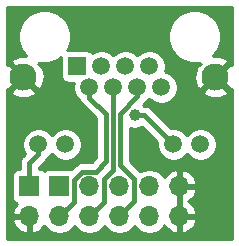
<source format=gtl>
G04 #@! TF.GenerationSoftware,KiCad,Pcbnew,(5.1.10)-1*
G04 #@! TF.CreationDate,2021-11-17T17:41:03-06:00*
G04 #@! TF.ProjectId,RJ45 Clearpath BOB,524a3435-2043-46c6-9561-727061746820,rev?*
G04 #@! TF.SameCoordinates,Original*
G04 #@! TF.FileFunction,Copper,L1,Top*
G04 #@! TF.FilePolarity,Positive*
%FSLAX46Y46*%
G04 Gerber Fmt 4.6, Leading zero omitted, Abs format (unit mm)*
G04 Created by KiCad (PCBNEW (5.1.10)-1) date 2021-11-17 17:41:03*
%MOMM*%
%LPD*%
G01*
G04 APERTURE LIST*
G04 #@! TA.AperFunction,ComponentPad*
%ADD10C,1.500000*%
G04 #@! TD*
G04 #@! TA.AperFunction,ComponentPad*
%ADD11C,2.300000*%
G04 #@! TD*
G04 #@! TA.AperFunction,ComponentPad*
%ADD12R,1.500000X1.500000*%
G04 #@! TD*
G04 #@! TA.AperFunction,ComponentPad*
%ADD13O,1.700000X1.700000*%
G04 #@! TD*
G04 #@! TA.AperFunction,ComponentPad*
%ADD14R,1.700000X1.700000*%
G04 #@! TD*
G04 #@! TA.AperFunction,ViaPad*
%ADD15C,1.000000*%
G04 #@! TD*
G04 #@! TA.AperFunction,Conductor*
%ADD16C,0.381000*%
G04 #@! TD*
G04 #@! TA.AperFunction,Conductor*
%ADD17C,0.254000*%
G04 #@! TD*
G04 #@! TA.AperFunction,Conductor*
%ADD18C,0.150000*%
G04 #@! TD*
G04 APERTURE END LIST*
D10*
X232920000Y-106930000D03*
X230630000Y-106930000D03*
X221490000Y-106930000D03*
X219200000Y-106930000D03*
D11*
X217930000Y-101220000D03*
X234190000Y-101220000D03*
D10*
X229612000Y-102110000D03*
X227580000Y-102110000D03*
X225548000Y-102110000D03*
X223516000Y-102110000D03*
X228596000Y-100330000D03*
X226564000Y-100330000D03*
X224532000Y-100330000D03*
D12*
X222500000Y-100330000D03*
D13*
X231140000Y-113030000D03*
X231140000Y-110490000D03*
X228600000Y-113030000D03*
X228600000Y-110490000D03*
X226060000Y-113030000D03*
X226060000Y-110490000D03*
X223520000Y-113030000D03*
X223520000Y-110490000D03*
X220980000Y-113030000D03*
D14*
X220980000Y-110490000D03*
D13*
X218440000Y-113030000D03*
D14*
X218440000Y-110490000D03*
D15*
X228600000Y-107950000D03*
X223520000Y-96520000D03*
X228600000Y-96520000D03*
X227340000Y-104470000D03*
D16*
X219200000Y-107775000D02*
X219200000Y-106930000D01*
X218440000Y-108535000D02*
X219200000Y-107775000D01*
X218440000Y-110490000D02*
X218440000Y-108535000D01*
X227580000Y-102110000D02*
X227580000Y-102870000D01*
X227580000Y-102870000D02*
X226125000Y-104325000D01*
X227325000Y-111765000D02*
X226060000Y-113030000D01*
X226125000Y-104325000D02*
X226125000Y-108660060D01*
X226125000Y-108660060D02*
X227325000Y-109860060D01*
X227325000Y-109860060D02*
X227325000Y-111765000D01*
X224775000Y-111775000D02*
X223520000Y-113030000D01*
X224775000Y-109875000D02*
X224775000Y-111775000D01*
X225543989Y-109106011D02*
X224775000Y-109875000D01*
X225543989Y-102114011D02*
X225543989Y-109106011D01*
X225548000Y-102110000D02*
X225543989Y-102114011D01*
X222225000Y-111785000D02*
X220980000Y-113030000D01*
X222225000Y-109925000D02*
X222225000Y-111785000D01*
X222900501Y-109249499D02*
X222225000Y-109925000D01*
X224050501Y-109249499D02*
X222900501Y-109249499D01*
X224925000Y-108375000D02*
X224050501Y-109249499D01*
X223516000Y-102966000D02*
X224925000Y-104375000D01*
X224925000Y-104375000D02*
X224925000Y-108375000D01*
X223516000Y-102110000D02*
X223516000Y-102966000D01*
X230630000Y-106930000D02*
X228170000Y-104470000D01*
X228170000Y-104470000D02*
X227340000Y-104470000D01*
D17*
X235560001Y-100209214D02*
X235432349Y-100157256D01*
X234369605Y-101220000D01*
X235432349Y-102282744D01*
X235560001Y-102230786D01*
X235560000Y-114910000D01*
X216560000Y-114910000D01*
X216560000Y-113386890D01*
X216998524Y-113386890D01*
X217043175Y-113534099D01*
X217168359Y-113796920D01*
X217342412Y-114030269D01*
X217558645Y-114225178D01*
X217808748Y-114374157D01*
X218083109Y-114471481D01*
X218313000Y-114350814D01*
X218313000Y-113157000D01*
X217119845Y-113157000D01*
X216998524Y-113386890D01*
X216560000Y-113386890D01*
X216560000Y-102462349D01*
X216867256Y-102462349D01*
X216981118Y-102742090D01*
X217296296Y-102897961D01*
X217635826Y-102989349D01*
X217986661Y-103012741D01*
X218335319Y-102967240D01*
X218668400Y-102854594D01*
X218878882Y-102742090D01*
X218992744Y-102462349D01*
X217930000Y-101399605D01*
X216867256Y-102462349D01*
X216560000Y-102462349D01*
X216560000Y-102230787D01*
X216687651Y-102282744D01*
X217750395Y-101220000D01*
X216687651Y-100157256D01*
X216560000Y-100209213D01*
X216560000Y-99977651D01*
X216867256Y-99977651D01*
X217930000Y-101040395D01*
X217944143Y-101026253D01*
X218123748Y-101205858D01*
X218109605Y-101220000D01*
X219172349Y-102282744D01*
X219452090Y-102168882D01*
X219607961Y-101853704D01*
X219699349Y-101514174D01*
X219722741Y-101163339D01*
X219677240Y-100814681D01*
X219564594Y-100481600D01*
X219452090Y-100271118D01*
X219172351Y-100157257D01*
X219287662Y-100041946D01*
X219248118Y-100002402D01*
X219487409Y-100050000D01*
X219932591Y-100050000D01*
X220369218Y-99963149D01*
X220780511Y-99792786D01*
X221112841Y-99570730D01*
X221111928Y-99580000D01*
X221111928Y-101080000D01*
X221124188Y-101204482D01*
X221160498Y-101324180D01*
X221219463Y-101434494D01*
X221298815Y-101531185D01*
X221395506Y-101610537D01*
X221505820Y-101669502D01*
X221625518Y-101705812D01*
X221750000Y-101718072D01*
X222181826Y-101718072D01*
X222131000Y-101973589D01*
X222131000Y-102246411D01*
X222184225Y-102513989D01*
X222288629Y-102766043D01*
X222440201Y-102992886D01*
X222633114Y-103185799D01*
X222742126Y-103258639D01*
X222749647Y-103283433D01*
X222826301Y-103426842D01*
X222882653Y-103495506D01*
X222929460Y-103552541D01*
X222960961Y-103578393D01*
X224099500Y-104716934D01*
X224099501Y-108033066D01*
X223708569Y-108423999D01*
X222941051Y-108423999D01*
X222900501Y-108420005D01*
X222859950Y-108423999D01*
X222859948Y-108423999D01*
X222738675Y-108435943D01*
X222583067Y-108483146D01*
X222439658Y-108559800D01*
X222345459Y-108637107D01*
X222345456Y-108637110D01*
X222313960Y-108662958D01*
X222288111Y-108694455D01*
X221965145Y-109017422D01*
X221954482Y-109014188D01*
X221830000Y-109001928D01*
X220130000Y-109001928D01*
X220005518Y-109014188D01*
X219885820Y-109050498D01*
X219775506Y-109109463D01*
X219710000Y-109163222D01*
X219644494Y-109109463D01*
X219534180Y-109050498D01*
X219414482Y-109014188D01*
X219290000Y-109001928D01*
X219265500Y-109001928D01*
X219265500Y-108876932D01*
X219755040Y-108387393D01*
X219786541Y-108361541D01*
X219856318Y-108276517D01*
X219889699Y-108235843D01*
X219931643Y-108157371D01*
X219966353Y-108092434D01*
X219969690Y-108081435D01*
X220082886Y-108005799D01*
X220275799Y-107812886D01*
X220345000Y-107709320D01*
X220414201Y-107812886D01*
X220607114Y-108005799D01*
X220833957Y-108157371D01*
X221086011Y-108261775D01*
X221353589Y-108315000D01*
X221626411Y-108315000D01*
X221893989Y-108261775D01*
X222146043Y-108157371D01*
X222372886Y-108005799D01*
X222565799Y-107812886D01*
X222717371Y-107586043D01*
X222821775Y-107333989D01*
X222875000Y-107066411D01*
X222875000Y-106793589D01*
X222821775Y-106526011D01*
X222717371Y-106273957D01*
X222565799Y-106047114D01*
X222372886Y-105854201D01*
X222146043Y-105702629D01*
X221893989Y-105598225D01*
X221626411Y-105545000D01*
X221353589Y-105545000D01*
X221086011Y-105598225D01*
X220833957Y-105702629D01*
X220607114Y-105854201D01*
X220414201Y-106047114D01*
X220345000Y-106150680D01*
X220275799Y-106047114D01*
X220082886Y-105854201D01*
X219856043Y-105702629D01*
X219603989Y-105598225D01*
X219336411Y-105545000D01*
X219063589Y-105545000D01*
X218796011Y-105598225D01*
X218543957Y-105702629D01*
X218317114Y-105854201D01*
X218124201Y-106047114D01*
X217972629Y-106273957D01*
X217868225Y-106526011D01*
X217815000Y-106793589D01*
X217815000Y-107066411D01*
X217868225Y-107333989D01*
X217972629Y-107586043D01*
X218072323Y-107735245D01*
X217884961Y-107922607D01*
X217853460Y-107948459D01*
X217827609Y-107979959D01*
X217750301Y-108074158D01*
X217673647Y-108217567D01*
X217626445Y-108373174D01*
X217610506Y-108535000D01*
X217614501Y-108575560D01*
X217614501Y-109001928D01*
X217590000Y-109001928D01*
X217465518Y-109014188D01*
X217345820Y-109050498D01*
X217235506Y-109109463D01*
X217138815Y-109188815D01*
X217059463Y-109285506D01*
X217000498Y-109395820D01*
X216964188Y-109515518D01*
X216951928Y-109640000D01*
X216951928Y-111340000D01*
X216964188Y-111464482D01*
X217000498Y-111584180D01*
X217059463Y-111694494D01*
X217138815Y-111791185D01*
X217235506Y-111870537D01*
X217345820Y-111929502D01*
X217426466Y-111953966D01*
X217342412Y-112029731D01*
X217168359Y-112263080D01*
X217043175Y-112525901D01*
X216998524Y-112673110D01*
X217119845Y-112903000D01*
X218313000Y-112903000D01*
X218313000Y-112883000D01*
X218567000Y-112883000D01*
X218567000Y-112903000D01*
X218587000Y-112903000D01*
X218587000Y-113157000D01*
X218567000Y-113157000D01*
X218567000Y-114350814D01*
X218796891Y-114471481D01*
X219071252Y-114374157D01*
X219321355Y-114225178D01*
X219537588Y-114030269D01*
X219708900Y-113800594D01*
X219826525Y-113976632D01*
X220033368Y-114183475D01*
X220276589Y-114345990D01*
X220546842Y-114457932D01*
X220833740Y-114515000D01*
X221126260Y-114515000D01*
X221413158Y-114457932D01*
X221683411Y-114345990D01*
X221926632Y-114183475D01*
X222133475Y-113976632D01*
X222250000Y-113802240D01*
X222366525Y-113976632D01*
X222573368Y-114183475D01*
X222816589Y-114345990D01*
X223086842Y-114457932D01*
X223373740Y-114515000D01*
X223666260Y-114515000D01*
X223953158Y-114457932D01*
X224223411Y-114345990D01*
X224466632Y-114183475D01*
X224673475Y-113976632D01*
X224790000Y-113802240D01*
X224906525Y-113976632D01*
X225113368Y-114183475D01*
X225356589Y-114345990D01*
X225626842Y-114457932D01*
X225913740Y-114515000D01*
X226206260Y-114515000D01*
X226493158Y-114457932D01*
X226763411Y-114345990D01*
X227006632Y-114183475D01*
X227213475Y-113976632D01*
X227330000Y-113802240D01*
X227446525Y-113976632D01*
X227653368Y-114183475D01*
X227896589Y-114345990D01*
X228166842Y-114457932D01*
X228453740Y-114515000D01*
X228746260Y-114515000D01*
X229033158Y-114457932D01*
X229303411Y-114345990D01*
X229546632Y-114183475D01*
X229753475Y-113976632D01*
X229875195Y-113794466D01*
X229944822Y-113911355D01*
X230139731Y-114127588D01*
X230373080Y-114301641D01*
X230635901Y-114426825D01*
X230783110Y-114471476D01*
X231013000Y-114350155D01*
X231013000Y-113157000D01*
X231267000Y-113157000D01*
X231267000Y-114350155D01*
X231496890Y-114471476D01*
X231644099Y-114426825D01*
X231906920Y-114301641D01*
X232140269Y-114127588D01*
X232335178Y-113911355D01*
X232484157Y-113661252D01*
X232581481Y-113386891D01*
X232460814Y-113157000D01*
X231267000Y-113157000D01*
X231013000Y-113157000D01*
X230993000Y-113157000D01*
X230993000Y-112903000D01*
X231013000Y-112903000D01*
X231013000Y-110617000D01*
X231267000Y-110617000D01*
X231267000Y-112903000D01*
X232460814Y-112903000D01*
X232581481Y-112673109D01*
X232484157Y-112398748D01*
X232335178Y-112148645D01*
X232140269Y-111932412D01*
X231909120Y-111760000D01*
X232140269Y-111587588D01*
X232335178Y-111371355D01*
X232484157Y-111121252D01*
X232581481Y-110846891D01*
X232460814Y-110617000D01*
X231267000Y-110617000D01*
X231013000Y-110617000D01*
X230993000Y-110617000D01*
X230993000Y-110363000D01*
X231013000Y-110363000D01*
X231013000Y-109169845D01*
X231267000Y-109169845D01*
X231267000Y-110363000D01*
X232460814Y-110363000D01*
X232581481Y-110133109D01*
X232484157Y-109858748D01*
X232335178Y-109608645D01*
X232140269Y-109392412D01*
X231906920Y-109218359D01*
X231644099Y-109093175D01*
X231496890Y-109048524D01*
X231267000Y-109169845D01*
X231013000Y-109169845D01*
X230783110Y-109048524D01*
X230635901Y-109093175D01*
X230373080Y-109218359D01*
X230139731Y-109392412D01*
X229944822Y-109608645D01*
X229875195Y-109725534D01*
X229753475Y-109543368D01*
X229546632Y-109336525D01*
X229303411Y-109174010D01*
X229033158Y-109062068D01*
X228746260Y-109005000D01*
X228453740Y-109005000D01*
X228166842Y-109062068D01*
X227896589Y-109174010D01*
X227842514Y-109210141D01*
X226950500Y-108318128D01*
X226950500Y-105537179D01*
X227008933Y-105561383D01*
X227228212Y-105605000D01*
X227451788Y-105605000D01*
X227671067Y-105561383D01*
X227877624Y-105475824D01*
X227956014Y-105423446D01*
X229258465Y-106725897D01*
X229245000Y-106793589D01*
X229245000Y-107066411D01*
X229298225Y-107333989D01*
X229402629Y-107586043D01*
X229554201Y-107812886D01*
X229747114Y-108005799D01*
X229973957Y-108157371D01*
X230226011Y-108261775D01*
X230493589Y-108315000D01*
X230766411Y-108315000D01*
X231033989Y-108261775D01*
X231286043Y-108157371D01*
X231512886Y-108005799D01*
X231705799Y-107812886D01*
X231775000Y-107709320D01*
X231844201Y-107812886D01*
X232037114Y-108005799D01*
X232263957Y-108157371D01*
X232516011Y-108261775D01*
X232783589Y-108315000D01*
X233056411Y-108315000D01*
X233323989Y-108261775D01*
X233576043Y-108157371D01*
X233802886Y-108005799D01*
X233995799Y-107812886D01*
X234147371Y-107586043D01*
X234251775Y-107333989D01*
X234305000Y-107066411D01*
X234305000Y-106793589D01*
X234251775Y-106526011D01*
X234147371Y-106273957D01*
X233995799Y-106047114D01*
X233802886Y-105854201D01*
X233576043Y-105702629D01*
X233323989Y-105598225D01*
X233056411Y-105545000D01*
X232783589Y-105545000D01*
X232516011Y-105598225D01*
X232263957Y-105702629D01*
X232037114Y-105854201D01*
X231844201Y-106047114D01*
X231775000Y-106150680D01*
X231705799Y-106047114D01*
X231512886Y-105854201D01*
X231286043Y-105702629D01*
X231033989Y-105598225D01*
X230766411Y-105545000D01*
X230493589Y-105545000D01*
X230425897Y-105558465D01*
X228782398Y-103914966D01*
X228756541Y-103883459D01*
X228630842Y-103780301D01*
X228487434Y-103703647D01*
X228331826Y-103656444D01*
X228210553Y-103644500D01*
X228210550Y-103644500D01*
X228170000Y-103640506D01*
X228129450Y-103644500D01*
X228119632Y-103644500D01*
X228063520Y-103588388D01*
X228042854Y-103574580D01*
X228135045Y-103482389D01*
X228166541Y-103456541D01*
X228192389Y-103425045D01*
X228192392Y-103425042D01*
X228269699Y-103330843D01*
X228282970Y-103306016D01*
X228462886Y-103185799D01*
X228596000Y-103052685D01*
X228729114Y-103185799D01*
X228955957Y-103337371D01*
X229208011Y-103441775D01*
X229475589Y-103495000D01*
X229748411Y-103495000D01*
X230015989Y-103441775D01*
X230268043Y-103337371D01*
X230494886Y-103185799D01*
X230687799Y-102992886D01*
X230839371Y-102766043D01*
X230943775Y-102513989D01*
X230954046Y-102462349D01*
X233127256Y-102462349D01*
X233241118Y-102742090D01*
X233556296Y-102897961D01*
X233895826Y-102989349D01*
X234246661Y-103012741D01*
X234595319Y-102967240D01*
X234928400Y-102854594D01*
X235138882Y-102742090D01*
X235252744Y-102462349D01*
X234190000Y-101399605D01*
X233127256Y-102462349D01*
X230954046Y-102462349D01*
X230997000Y-102246411D01*
X230997000Y-101973589D01*
X230943775Y-101706011D01*
X230839371Y-101453957D01*
X230687799Y-101227114D01*
X230494886Y-101034201D01*
X230268043Y-100882629D01*
X230015989Y-100778225D01*
X229917562Y-100758646D01*
X229927775Y-100733989D01*
X229981000Y-100466411D01*
X229981000Y-100193589D01*
X229927775Y-99926011D01*
X229823371Y-99673957D01*
X229671799Y-99447114D01*
X229478886Y-99254201D01*
X229252043Y-99102629D01*
X228999989Y-98998225D01*
X228732411Y-98945000D01*
X228459589Y-98945000D01*
X228192011Y-98998225D01*
X227939957Y-99102629D01*
X227713114Y-99254201D01*
X227580000Y-99387315D01*
X227446886Y-99254201D01*
X227220043Y-99102629D01*
X226967989Y-98998225D01*
X226700411Y-98945000D01*
X226427589Y-98945000D01*
X226160011Y-98998225D01*
X225907957Y-99102629D01*
X225681114Y-99254201D01*
X225548000Y-99387315D01*
X225414886Y-99254201D01*
X225188043Y-99102629D01*
X224935989Y-98998225D01*
X224668411Y-98945000D01*
X224395589Y-98945000D01*
X224128011Y-98998225D01*
X223875957Y-99102629D01*
X223749202Y-99187324D01*
X223701185Y-99128815D01*
X223604494Y-99049463D01*
X223494180Y-98990498D01*
X223374482Y-98954188D01*
X223250000Y-98941928D01*
X221750000Y-98941928D01*
X221651931Y-98951587D01*
X221712786Y-98860511D01*
X221883149Y-98449218D01*
X221970000Y-98012591D01*
X221970000Y-97567409D01*
X230150000Y-97567409D01*
X230150000Y-98012591D01*
X230236851Y-98449218D01*
X230407214Y-98860511D01*
X230654544Y-99230666D01*
X230969334Y-99545456D01*
X231339489Y-99792786D01*
X231750782Y-99963149D01*
X232187409Y-100050000D01*
X232632591Y-100050000D01*
X232871882Y-100002402D01*
X232832338Y-100041946D01*
X232947649Y-100157257D01*
X232667910Y-100271118D01*
X232512039Y-100586296D01*
X232420651Y-100925826D01*
X232397259Y-101276661D01*
X232442760Y-101625319D01*
X232555406Y-101958400D01*
X232667910Y-102168882D01*
X232947651Y-102282744D01*
X234010395Y-101220000D01*
X233996253Y-101205858D01*
X234175858Y-101026253D01*
X234190000Y-101040395D01*
X235252744Y-99977651D01*
X235138882Y-99697910D01*
X234823704Y-99542039D01*
X234484174Y-99450651D01*
X234133339Y-99427259D01*
X233944177Y-99451945D01*
X234165456Y-99230666D01*
X234412786Y-98860511D01*
X234583149Y-98449218D01*
X234670000Y-98012591D01*
X234670000Y-97567409D01*
X234583149Y-97130782D01*
X234412786Y-96719489D01*
X234165456Y-96349334D01*
X233850666Y-96034544D01*
X233480511Y-95787214D01*
X233069218Y-95616851D01*
X232632591Y-95530000D01*
X232187409Y-95530000D01*
X231750782Y-95616851D01*
X231339489Y-95787214D01*
X230969334Y-96034544D01*
X230654544Y-96349334D01*
X230407214Y-96719489D01*
X230236851Y-97130782D01*
X230150000Y-97567409D01*
X221970000Y-97567409D01*
X221883149Y-97130782D01*
X221712786Y-96719489D01*
X221465456Y-96349334D01*
X221150666Y-96034544D01*
X220780511Y-95787214D01*
X220369218Y-95616851D01*
X219932591Y-95530000D01*
X219487409Y-95530000D01*
X219050782Y-95616851D01*
X218639489Y-95787214D01*
X218269334Y-96034544D01*
X217954544Y-96349334D01*
X217707214Y-96719489D01*
X217536851Y-97130782D01*
X217450000Y-97567409D01*
X217450000Y-98012591D01*
X217536851Y-98449218D01*
X217707214Y-98860511D01*
X217954544Y-99230666D01*
X218170982Y-99447104D01*
X217873339Y-99427259D01*
X217524681Y-99472760D01*
X217191600Y-99585406D01*
X216981118Y-99697910D01*
X216867256Y-99977651D01*
X216560000Y-99977651D01*
X216560000Y-95275000D01*
X235560001Y-95275000D01*
X235560001Y-100209214D01*
G04 #@! TA.AperFunction,Conductor*
D18*
G36*
X235560001Y-100209214D02*
G01*
X235432349Y-100157256D01*
X234369605Y-101220000D01*
X235432349Y-102282744D01*
X235560001Y-102230786D01*
X235560000Y-114910000D01*
X216560000Y-114910000D01*
X216560000Y-113386890D01*
X216998524Y-113386890D01*
X217043175Y-113534099D01*
X217168359Y-113796920D01*
X217342412Y-114030269D01*
X217558645Y-114225178D01*
X217808748Y-114374157D01*
X218083109Y-114471481D01*
X218313000Y-114350814D01*
X218313000Y-113157000D01*
X217119845Y-113157000D01*
X216998524Y-113386890D01*
X216560000Y-113386890D01*
X216560000Y-102462349D01*
X216867256Y-102462349D01*
X216981118Y-102742090D01*
X217296296Y-102897961D01*
X217635826Y-102989349D01*
X217986661Y-103012741D01*
X218335319Y-102967240D01*
X218668400Y-102854594D01*
X218878882Y-102742090D01*
X218992744Y-102462349D01*
X217930000Y-101399605D01*
X216867256Y-102462349D01*
X216560000Y-102462349D01*
X216560000Y-102230787D01*
X216687651Y-102282744D01*
X217750395Y-101220000D01*
X216687651Y-100157256D01*
X216560000Y-100209213D01*
X216560000Y-99977651D01*
X216867256Y-99977651D01*
X217930000Y-101040395D01*
X217944143Y-101026253D01*
X218123748Y-101205858D01*
X218109605Y-101220000D01*
X219172349Y-102282744D01*
X219452090Y-102168882D01*
X219607961Y-101853704D01*
X219699349Y-101514174D01*
X219722741Y-101163339D01*
X219677240Y-100814681D01*
X219564594Y-100481600D01*
X219452090Y-100271118D01*
X219172351Y-100157257D01*
X219287662Y-100041946D01*
X219248118Y-100002402D01*
X219487409Y-100050000D01*
X219932591Y-100050000D01*
X220369218Y-99963149D01*
X220780511Y-99792786D01*
X221112841Y-99570730D01*
X221111928Y-99580000D01*
X221111928Y-101080000D01*
X221124188Y-101204482D01*
X221160498Y-101324180D01*
X221219463Y-101434494D01*
X221298815Y-101531185D01*
X221395506Y-101610537D01*
X221505820Y-101669502D01*
X221625518Y-101705812D01*
X221750000Y-101718072D01*
X222181826Y-101718072D01*
X222131000Y-101973589D01*
X222131000Y-102246411D01*
X222184225Y-102513989D01*
X222288629Y-102766043D01*
X222440201Y-102992886D01*
X222633114Y-103185799D01*
X222742126Y-103258639D01*
X222749647Y-103283433D01*
X222826301Y-103426842D01*
X222882653Y-103495506D01*
X222929460Y-103552541D01*
X222960961Y-103578393D01*
X224099500Y-104716934D01*
X224099501Y-108033066D01*
X223708569Y-108423999D01*
X222941051Y-108423999D01*
X222900501Y-108420005D01*
X222859950Y-108423999D01*
X222859948Y-108423999D01*
X222738675Y-108435943D01*
X222583067Y-108483146D01*
X222439658Y-108559800D01*
X222345459Y-108637107D01*
X222345456Y-108637110D01*
X222313960Y-108662958D01*
X222288111Y-108694455D01*
X221965145Y-109017422D01*
X221954482Y-109014188D01*
X221830000Y-109001928D01*
X220130000Y-109001928D01*
X220005518Y-109014188D01*
X219885820Y-109050498D01*
X219775506Y-109109463D01*
X219710000Y-109163222D01*
X219644494Y-109109463D01*
X219534180Y-109050498D01*
X219414482Y-109014188D01*
X219290000Y-109001928D01*
X219265500Y-109001928D01*
X219265500Y-108876932D01*
X219755040Y-108387393D01*
X219786541Y-108361541D01*
X219856318Y-108276517D01*
X219889699Y-108235843D01*
X219931643Y-108157371D01*
X219966353Y-108092434D01*
X219969690Y-108081435D01*
X220082886Y-108005799D01*
X220275799Y-107812886D01*
X220345000Y-107709320D01*
X220414201Y-107812886D01*
X220607114Y-108005799D01*
X220833957Y-108157371D01*
X221086011Y-108261775D01*
X221353589Y-108315000D01*
X221626411Y-108315000D01*
X221893989Y-108261775D01*
X222146043Y-108157371D01*
X222372886Y-108005799D01*
X222565799Y-107812886D01*
X222717371Y-107586043D01*
X222821775Y-107333989D01*
X222875000Y-107066411D01*
X222875000Y-106793589D01*
X222821775Y-106526011D01*
X222717371Y-106273957D01*
X222565799Y-106047114D01*
X222372886Y-105854201D01*
X222146043Y-105702629D01*
X221893989Y-105598225D01*
X221626411Y-105545000D01*
X221353589Y-105545000D01*
X221086011Y-105598225D01*
X220833957Y-105702629D01*
X220607114Y-105854201D01*
X220414201Y-106047114D01*
X220345000Y-106150680D01*
X220275799Y-106047114D01*
X220082886Y-105854201D01*
X219856043Y-105702629D01*
X219603989Y-105598225D01*
X219336411Y-105545000D01*
X219063589Y-105545000D01*
X218796011Y-105598225D01*
X218543957Y-105702629D01*
X218317114Y-105854201D01*
X218124201Y-106047114D01*
X217972629Y-106273957D01*
X217868225Y-106526011D01*
X217815000Y-106793589D01*
X217815000Y-107066411D01*
X217868225Y-107333989D01*
X217972629Y-107586043D01*
X218072323Y-107735245D01*
X217884961Y-107922607D01*
X217853460Y-107948459D01*
X217827609Y-107979959D01*
X217750301Y-108074158D01*
X217673647Y-108217567D01*
X217626445Y-108373174D01*
X217610506Y-108535000D01*
X217614501Y-108575560D01*
X217614501Y-109001928D01*
X217590000Y-109001928D01*
X217465518Y-109014188D01*
X217345820Y-109050498D01*
X217235506Y-109109463D01*
X217138815Y-109188815D01*
X217059463Y-109285506D01*
X217000498Y-109395820D01*
X216964188Y-109515518D01*
X216951928Y-109640000D01*
X216951928Y-111340000D01*
X216964188Y-111464482D01*
X217000498Y-111584180D01*
X217059463Y-111694494D01*
X217138815Y-111791185D01*
X217235506Y-111870537D01*
X217345820Y-111929502D01*
X217426466Y-111953966D01*
X217342412Y-112029731D01*
X217168359Y-112263080D01*
X217043175Y-112525901D01*
X216998524Y-112673110D01*
X217119845Y-112903000D01*
X218313000Y-112903000D01*
X218313000Y-112883000D01*
X218567000Y-112883000D01*
X218567000Y-112903000D01*
X218587000Y-112903000D01*
X218587000Y-113157000D01*
X218567000Y-113157000D01*
X218567000Y-114350814D01*
X218796891Y-114471481D01*
X219071252Y-114374157D01*
X219321355Y-114225178D01*
X219537588Y-114030269D01*
X219708900Y-113800594D01*
X219826525Y-113976632D01*
X220033368Y-114183475D01*
X220276589Y-114345990D01*
X220546842Y-114457932D01*
X220833740Y-114515000D01*
X221126260Y-114515000D01*
X221413158Y-114457932D01*
X221683411Y-114345990D01*
X221926632Y-114183475D01*
X222133475Y-113976632D01*
X222250000Y-113802240D01*
X222366525Y-113976632D01*
X222573368Y-114183475D01*
X222816589Y-114345990D01*
X223086842Y-114457932D01*
X223373740Y-114515000D01*
X223666260Y-114515000D01*
X223953158Y-114457932D01*
X224223411Y-114345990D01*
X224466632Y-114183475D01*
X224673475Y-113976632D01*
X224790000Y-113802240D01*
X224906525Y-113976632D01*
X225113368Y-114183475D01*
X225356589Y-114345990D01*
X225626842Y-114457932D01*
X225913740Y-114515000D01*
X226206260Y-114515000D01*
X226493158Y-114457932D01*
X226763411Y-114345990D01*
X227006632Y-114183475D01*
X227213475Y-113976632D01*
X227330000Y-113802240D01*
X227446525Y-113976632D01*
X227653368Y-114183475D01*
X227896589Y-114345990D01*
X228166842Y-114457932D01*
X228453740Y-114515000D01*
X228746260Y-114515000D01*
X229033158Y-114457932D01*
X229303411Y-114345990D01*
X229546632Y-114183475D01*
X229753475Y-113976632D01*
X229875195Y-113794466D01*
X229944822Y-113911355D01*
X230139731Y-114127588D01*
X230373080Y-114301641D01*
X230635901Y-114426825D01*
X230783110Y-114471476D01*
X231013000Y-114350155D01*
X231013000Y-113157000D01*
X231267000Y-113157000D01*
X231267000Y-114350155D01*
X231496890Y-114471476D01*
X231644099Y-114426825D01*
X231906920Y-114301641D01*
X232140269Y-114127588D01*
X232335178Y-113911355D01*
X232484157Y-113661252D01*
X232581481Y-113386891D01*
X232460814Y-113157000D01*
X231267000Y-113157000D01*
X231013000Y-113157000D01*
X230993000Y-113157000D01*
X230993000Y-112903000D01*
X231013000Y-112903000D01*
X231013000Y-110617000D01*
X231267000Y-110617000D01*
X231267000Y-112903000D01*
X232460814Y-112903000D01*
X232581481Y-112673109D01*
X232484157Y-112398748D01*
X232335178Y-112148645D01*
X232140269Y-111932412D01*
X231909120Y-111760000D01*
X232140269Y-111587588D01*
X232335178Y-111371355D01*
X232484157Y-111121252D01*
X232581481Y-110846891D01*
X232460814Y-110617000D01*
X231267000Y-110617000D01*
X231013000Y-110617000D01*
X230993000Y-110617000D01*
X230993000Y-110363000D01*
X231013000Y-110363000D01*
X231013000Y-109169845D01*
X231267000Y-109169845D01*
X231267000Y-110363000D01*
X232460814Y-110363000D01*
X232581481Y-110133109D01*
X232484157Y-109858748D01*
X232335178Y-109608645D01*
X232140269Y-109392412D01*
X231906920Y-109218359D01*
X231644099Y-109093175D01*
X231496890Y-109048524D01*
X231267000Y-109169845D01*
X231013000Y-109169845D01*
X230783110Y-109048524D01*
X230635901Y-109093175D01*
X230373080Y-109218359D01*
X230139731Y-109392412D01*
X229944822Y-109608645D01*
X229875195Y-109725534D01*
X229753475Y-109543368D01*
X229546632Y-109336525D01*
X229303411Y-109174010D01*
X229033158Y-109062068D01*
X228746260Y-109005000D01*
X228453740Y-109005000D01*
X228166842Y-109062068D01*
X227896589Y-109174010D01*
X227842514Y-109210141D01*
X226950500Y-108318128D01*
X226950500Y-105537179D01*
X227008933Y-105561383D01*
X227228212Y-105605000D01*
X227451788Y-105605000D01*
X227671067Y-105561383D01*
X227877624Y-105475824D01*
X227956014Y-105423446D01*
X229258465Y-106725897D01*
X229245000Y-106793589D01*
X229245000Y-107066411D01*
X229298225Y-107333989D01*
X229402629Y-107586043D01*
X229554201Y-107812886D01*
X229747114Y-108005799D01*
X229973957Y-108157371D01*
X230226011Y-108261775D01*
X230493589Y-108315000D01*
X230766411Y-108315000D01*
X231033989Y-108261775D01*
X231286043Y-108157371D01*
X231512886Y-108005799D01*
X231705799Y-107812886D01*
X231775000Y-107709320D01*
X231844201Y-107812886D01*
X232037114Y-108005799D01*
X232263957Y-108157371D01*
X232516011Y-108261775D01*
X232783589Y-108315000D01*
X233056411Y-108315000D01*
X233323989Y-108261775D01*
X233576043Y-108157371D01*
X233802886Y-108005799D01*
X233995799Y-107812886D01*
X234147371Y-107586043D01*
X234251775Y-107333989D01*
X234305000Y-107066411D01*
X234305000Y-106793589D01*
X234251775Y-106526011D01*
X234147371Y-106273957D01*
X233995799Y-106047114D01*
X233802886Y-105854201D01*
X233576043Y-105702629D01*
X233323989Y-105598225D01*
X233056411Y-105545000D01*
X232783589Y-105545000D01*
X232516011Y-105598225D01*
X232263957Y-105702629D01*
X232037114Y-105854201D01*
X231844201Y-106047114D01*
X231775000Y-106150680D01*
X231705799Y-106047114D01*
X231512886Y-105854201D01*
X231286043Y-105702629D01*
X231033989Y-105598225D01*
X230766411Y-105545000D01*
X230493589Y-105545000D01*
X230425897Y-105558465D01*
X228782398Y-103914966D01*
X228756541Y-103883459D01*
X228630842Y-103780301D01*
X228487434Y-103703647D01*
X228331826Y-103656444D01*
X228210553Y-103644500D01*
X228210550Y-103644500D01*
X228170000Y-103640506D01*
X228129450Y-103644500D01*
X228119632Y-103644500D01*
X228063520Y-103588388D01*
X228042854Y-103574580D01*
X228135045Y-103482389D01*
X228166541Y-103456541D01*
X228192389Y-103425045D01*
X228192392Y-103425042D01*
X228269699Y-103330843D01*
X228282970Y-103306016D01*
X228462886Y-103185799D01*
X228596000Y-103052685D01*
X228729114Y-103185799D01*
X228955957Y-103337371D01*
X229208011Y-103441775D01*
X229475589Y-103495000D01*
X229748411Y-103495000D01*
X230015989Y-103441775D01*
X230268043Y-103337371D01*
X230494886Y-103185799D01*
X230687799Y-102992886D01*
X230839371Y-102766043D01*
X230943775Y-102513989D01*
X230954046Y-102462349D01*
X233127256Y-102462349D01*
X233241118Y-102742090D01*
X233556296Y-102897961D01*
X233895826Y-102989349D01*
X234246661Y-103012741D01*
X234595319Y-102967240D01*
X234928400Y-102854594D01*
X235138882Y-102742090D01*
X235252744Y-102462349D01*
X234190000Y-101399605D01*
X233127256Y-102462349D01*
X230954046Y-102462349D01*
X230997000Y-102246411D01*
X230997000Y-101973589D01*
X230943775Y-101706011D01*
X230839371Y-101453957D01*
X230687799Y-101227114D01*
X230494886Y-101034201D01*
X230268043Y-100882629D01*
X230015989Y-100778225D01*
X229917562Y-100758646D01*
X229927775Y-100733989D01*
X229981000Y-100466411D01*
X229981000Y-100193589D01*
X229927775Y-99926011D01*
X229823371Y-99673957D01*
X229671799Y-99447114D01*
X229478886Y-99254201D01*
X229252043Y-99102629D01*
X228999989Y-98998225D01*
X228732411Y-98945000D01*
X228459589Y-98945000D01*
X228192011Y-98998225D01*
X227939957Y-99102629D01*
X227713114Y-99254201D01*
X227580000Y-99387315D01*
X227446886Y-99254201D01*
X227220043Y-99102629D01*
X226967989Y-98998225D01*
X226700411Y-98945000D01*
X226427589Y-98945000D01*
X226160011Y-98998225D01*
X225907957Y-99102629D01*
X225681114Y-99254201D01*
X225548000Y-99387315D01*
X225414886Y-99254201D01*
X225188043Y-99102629D01*
X224935989Y-98998225D01*
X224668411Y-98945000D01*
X224395589Y-98945000D01*
X224128011Y-98998225D01*
X223875957Y-99102629D01*
X223749202Y-99187324D01*
X223701185Y-99128815D01*
X223604494Y-99049463D01*
X223494180Y-98990498D01*
X223374482Y-98954188D01*
X223250000Y-98941928D01*
X221750000Y-98941928D01*
X221651931Y-98951587D01*
X221712786Y-98860511D01*
X221883149Y-98449218D01*
X221970000Y-98012591D01*
X221970000Y-97567409D01*
X230150000Y-97567409D01*
X230150000Y-98012591D01*
X230236851Y-98449218D01*
X230407214Y-98860511D01*
X230654544Y-99230666D01*
X230969334Y-99545456D01*
X231339489Y-99792786D01*
X231750782Y-99963149D01*
X232187409Y-100050000D01*
X232632591Y-100050000D01*
X232871882Y-100002402D01*
X232832338Y-100041946D01*
X232947649Y-100157257D01*
X232667910Y-100271118D01*
X232512039Y-100586296D01*
X232420651Y-100925826D01*
X232397259Y-101276661D01*
X232442760Y-101625319D01*
X232555406Y-101958400D01*
X232667910Y-102168882D01*
X232947651Y-102282744D01*
X234010395Y-101220000D01*
X233996253Y-101205858D01*
X234175858Y-101026253D01*
X234190000Y-101040395D01*
X235252744Y-99977651D01*
X235138882Y-99697910D01*
X234823704Y-99542039D01*
X234484174Y-99450651D01*
X234133339Y-99427259D01*
X233944177Y-99451945D01*
X234165456Y-99230666D01*
X234412786Y-98860511D01*
X234583149Y-98449218D01*
X234670000Y-98012591D01*
X234670000Y-97567409D01*
X234583149Y-97130782D01*
X234412786Y-96719489D01*
X234165456Y-96349334D01*
X233850666Y-96034544D01*
X233480511Y-95787214D01*
X233069218Y-95616851D01*
X232632591Y-95530000D01*
X232187409Y-95530000D01*
X231750782Y-95616851D01*
X231339489Y-95787214D01*
X230969334Y-96034544D01*
X230654544Y-96349334D01*
X230407214Y-96719489D01*
X230236851Y-97130782D01*
X230150000Y-97567409D01*
X221970000Y-97567409D01*
X221883149Y-97130782D01*
X221712786Y-96719489D01*
X221465456Y-96349334D01*
X221150666Y-96034544D01*
X220780511Y-95787214D01*
X220369218Y-95616851D01*
X219932591Y-95530000D01*
X219487409Y-95530000D01*
X219050782Y-95616851D01*
X218639489Y-95787214D01*
X218269334Y-96034544D01*
X217954544Y-96349334D01*
X217707214Y-96719489D01*
X217536851Y-97130782D01*
X217450000Y-97567409D01*
X217450000Y-98012591D01*
X217536851Y-98449218D01*
X217707214Y-98860511D01*
X217954544Y-99230666D01*
X218170982Y-99447104D01*
X217873339Y-99427259D01*
X217524681Y-99472760D01*
X217191600Y-99585406D01*
X216981118Y-99697910D01*
X216867256Y-99977651D01*
X216560000Y-99977651D01*
X216560000Y-95275000D01*
X235560001Y-95275000D01*
X235560001Y-100209214D01*
G37*
G04 #@! TD.AperFunction*
M02*

</source>
